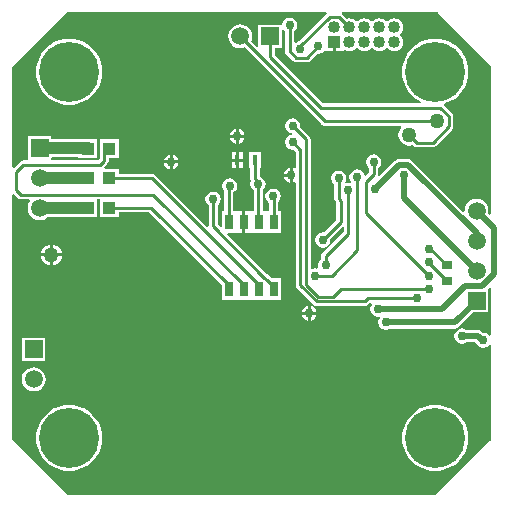
<source format=gbl>
G04*
G04 #@! TF.GenerationSoftware,Altium Limited,Altium Designer,20.1.14 (287)*
G04*
G04 Layer_Physical_Order=2*
G04 Layer_Color=16711680*
%FSLAX25Y25*%
%MOIN*%
G70*
G04*
G04 #@! TF.SameCoordinates,7F5ADFAE-F052-4B02-90E5-093173F2D11D*
G04*
G04*
G04 #@! TF.FilePolarity,Positive*
G04*
G01*
G75*
%ADD14C,0.01000*%
%ADD48R,0.01772X0.03347*%
%ADD54R,0.03347X0.02953*%
%ADD55C,0.04000*%
%ADD56R,0.05906X0.05906*%
%ADD57C,0.05906*%
%ADD58R,0.05906X0.05906*%
%ADD59R,0.04000X0.04000*%
%ADD60C,0.04000*%
%ADD61C,0.05000*%
%ADD62C,0.20000*%
%ADD63C,0.03000*%
%ADD64R,0.04331X0.04331*%
%ADD65R,0.02559X0.05158*%
%ADD66C,0.02000*%
G36*
X62000Y80500D02*
X79500Y63000D01*
Y13624D01*
X79038Y13432D01*
X78662Y13809D01*
X78790Y14784D01*
X78654Y15815D01*
X78256Y16777D01*
X77622Y17603D01*
X76797Y18236D01*
X75835Y18634D01*
X74803Y18770D01*
X73771Y18634D01*
X72810Y18236D01*
X71984Y17603D01*
X71350Y16777D01*
X70952Y15815D01*
X70816Y14784D01*
X70831Y14672D01*
X70382Y14451D01*
X53392Y31442D01*
X52730Y31884D01*
X51950Y32039D01*
X49000D01*
X48220Y31884D01*
X47558Y31442D01*
X42431Y26315D01*
X41970Y26561D01*
X42029Y26858D01*
Y29015D01*
X42302Y29198D01*
X42855Y30024D01*
X43049Y31000D01*
X42855Y31975D01*
X42302Y32802D01*
X41475Y33355D01*
X40500Y33549D01*
X39524Y33355D01*
X38698Y32802D01*
X38145Y31975D01*
X37951Y31000D01*
X38145Y30024D01*
X38698Y29198D01*
X38971Y29015D01*
Y27492D01*
X37912Y26433D01*
X37434Y26579D01*
X37355Y26976D01*
X36802Y27802D01*
X35976Y28355D01*
X35000Y28549D01*
X34025Y28355D01*
X33198Y27802D01*
X32645Y26976D01*
X32451Y26000D01*
X32645Y25025D01*
X33120Y24314D01*
X32838Y23882D01*
X32000Y24049D01*
X31386Y23927D01*
X31086Y24377D01*
X31245Y24615D01*
X31439Y25591D01*
X31245Y26566D01*
X30692Y27393D01*
X29865Y27946D01*
X28890Y28139D01*
X27914Y27946D01*
X27087Y27393D01*
X26535Y26566D01*
X26341Y25591D01*
X26535Y24615D01*
X27087Y23788D01*
X27360Y23606D01*
Y18749D01*
X27477Y18164D01*
X27808Y17668D01*
X27998Y17478D01*
Y11661D01*
X23822Y7485D01*
X23500Y7549D01*
X22524Y7355D01*
X21698Y6802D01*
X21145Y5976D01*
X20951Y5000D01*
X21145Y4025D01*
X21698Y3198D01*
X22524Y2645D01*
X23500Y2451D01*
X24475Y2645D01*
X25302Y3198D01*
X25855Y4025D01*
X26049Y5000D01*
X25985Y5322D01*
X30009Y9346D01*
X30471Y9154D01*
Y7633D01*
X23419Y581D01*
X23087Y85D01*
X22971Y-500D01*
Y-1515D01*
X22698Y-1698D01*
X22145Y-2524D01*
X21951Y-3500D01*
X22083Y-4161D01*
X21661Y-4583D01*
X21000Y-4451D01*
X20024Y-4645D01*
X19955Y-4692D01*
X19514Y-4456D01*
Y38516D01*
X19397Y39101D01*
X19066Y39597D01*
X15985Y42678D01*
X16049Y43000D01*
X15855Y43975D01*
X15302Y44802D01*
X14476Y45355D01*
X13500Y45549D01*
X12525Y45355D01*
X11698Y44802D01*
X11145Y43975D01*
X10951Y43000D01*
X11145Y42024D01*
X11698Y41198D01*
X12525Y40645D01*
X13229Y40505D01*
Y39995D01*
X12525Y39855D01*
X11698Y39302D01*
X11145Y38475D01*
X10951Y37500D01*
X11145Y36525D01*
X11698Y35698D01*
X12525Y35145D01*
X13500Y34951D01*
X13822Y35015D01*
X14471Y34367D01*
Y29054D01*
X14030Y28819D01*
X13975Y28855D01*
X13500Y28949D01*
Y26500D01*
Y24050D01*
X13975Y24145D01*
X14030Y24181D01*
X14471Y23946D01*
Y-10035D01*
X14587Y-10621D01*
X14919Y-11117D01*
X20383Y-16581D01*
X20879Y-16913D01*
X21464Y-17029D01*
X37462D01*
X38047Y-16913D01*
X38543Y-16581D01*
X39095Y-16029D01*
X39709D01*
X39976Y-16529D01*
X39645Y-17025D01*
X39451Y-18000D01*
X39645Y-18975D01*
X40198Y-19802D01*
X41025Y-20355D01*
X42000Y-20549D01*
X42226Y-20504D01*
X42526Y-20954D01*
X42145Y-21524D01*
X41951Y-22500D01*
X42145Y-23475D01*
X42698Y-24302D01*
X43525Y-24855D01*
X44500Y-25049D01*
X45476Y-24855D01*
X45948Y-24539D01*
X67520D01*
X68300Y-24384D01*
X68962Y-23942D01*
X73734Y-19169D01*
X78756D01*
Y-11264D01*
X78756Y-11264D01*
X78756D01*
X79058Y-10907D01*
X79068Y-10896D01*
X79500Y-11075D01*
Y-26842D01*
X79000Y-26993D01*
X78802Y-26698D01*
X77975Y-26145D01*
X77080Y-25967D01*
X76671Y-25558D01*
X76010Y-25116D01*
X75229Y-24961D01*
X71448D01*
X70976Y-24645D01*
X70000Y-24451D01*
X69024Y-24645D01*
X68198Y-25198D01*
X67645Y-26024D01*
X67451Y-27000D01*
X67645Y-27975D01*
X68198Y-28802D01*
X69024Y-29355D01*
X70000Y-29549D01*
X70976Y-29355D01*
X71448Y-29039D01*
X74385D01*
X74601Y-29256D01*
X74645Y-29476D01*
X75198Y-30302D01*
X76025Y-30855D01*
X77000Y-31049D01*
X77975Y-30855D01*
X78802Y-30302D01*
X79000Y-30007D01*
X79500Y-30158D01*
Y-62000D01*
X79000D01*
X61000Y-80000D01*
X-61500D01*
X-80000Y-61500D01*
Y20044D01*
X-79500Y20251D01*
X-78211Y18962D01*
X-77715Y18630D01*
X-77130Y18514D01*
X-74235D01*
X-73989Y18014D01*
X-74319Y17584D01*
X-74717Y16622D01*
X-74853Y15590D01*
X-74717Y14559D01*
X-74319Y13597D01*
X-73685Y12771D01*
X-72860Y12138D01*
X-71898Y11739D01*
X-70866Y11604D01*
X-69834Y11739D01*
X-68873Y12138D01*
X-68214Y12643D01*
X-57890D01*
Y12583D01*
X-51559D01*
Y18514D01*
X-50803D01*
Y12583D01*
X-44472D01*
Y14219D01*
X-34255D01*
X-10035Y-10001D01*
Y-14996D01*
X-5476D01*
X-5476Y-14996D01*
X-5035D01*
Y-14996D01*
X-4976Y-14996D01*
X-476D01*
X-476Y-14996D01*
X-35D01*
Y-14996D01*
X24Y-14996D01*
X4524D01*
X4524Y-14996D01*
X4965D01*
Y-14996D01*
X5024Y-14996D01*
X9524D01*
Y-7839D01*
X6612D01*
X6474Y-7811D01*
X5952Y-7289D01*
X5905Y-7219D01*
X5144Y-6457D01*
X5073Y-6410D01*
X-8281Y6944D01*
X-8089Y7406D01*
X-5536D01*
X-5476Y7406D01*
X-5035D01*
X-4976Y7406D01*
X-3256D01*
Y10984D01*
Y14563D01*
X-4976D01*
X-5035Y14563D01*
X-5476D01*
X-5536Y14563D01*
X-6227D01*
Y20844D01*
X-5698Y21198D01*
X-5145Y22025D01*
X-4951Y23000D01*
X-5145Y23976D01*
X-5698Y24802D01*
X-6525Y25355D01*
X-7500Y25549D01*
X-8475Y25355D01*
X-9302Y24802D01*
X-9855Y23976D01*
X-10049Y23000D01*
X-9855Y22025D01*
X-9302Y21198D01*
X-9285Y21186D01*
Y14563D01*
X-10035D01*
Y9352D01*
X-10497Y9160D01*
X-11471Y10133D01*
Y16515D01*
X-11198Y16698D01*
X-10645Y17525D01*
X-10451Y18500D01*
X-10645Y19476D01*
X-11198Y20302D01*
X-12025Y20855D01*
X-13000Y21049D01*
X-13975Y20855D01*
X-14802Y20302D01*
X-15355Y19476D01*
X-15549Y18500D01*
X-15355Y17525D01*
X-14802Y16698D01*
X-14529Y16515D01*
Y9525D01*
X-14586Y9474D01*
X-14997Y9285D01*
X-32383Y26672D01*
X-32879Y27003D01*
X-33465Y27120D01*
X-44472D01*
Y28756D01*
X-49083D01*
X-49290Y29256D01*
X-48222Y30324D01*
X-47890Y30820D01*
X-47774Y31405D01*
Y32268D01*
X-44472D01*
Y38598D01*
X-50803D01*
Y33915D01*
X-50832Y33768D01*
Y32039D01*
X-51299Y31573D01*
X-66440D01*
X-66913Y31638D01*
X-66913Y32132D01*
X-66560Y32486D01*
X-57890D01*
Y32268D01*
X-51559D01*
Y38598D01*
X-57890D01*
Y38538D01*
X-66913D01*
Y39543D01*
X-74819D01*
X-74819Y31638D01*
X-75292Y31573D01*
X-76256D01*
X-76841Y31456D01*
X-77337Y31125D01*
X-79500Y28962D01*
X-80000Y29169D01*
Y62500D01*
X-61500Y81000D01*
X24712D01*
X24863Y80500D01*
X24785Y80448D01*
X15567Y71230D01*
X15017Y71120D01*
X14529Y70795D01*
X14029Y71062D01*
Y74515D01*
X14302Y74698D01*
X14855Y75524D01*
X15049Y76500D01*
X14855Y77476D01*
X14302Y78302D01*
X13476Y78855D01*
X12500Y79049D01*
X11525Y78855D01*
X10698Y78302D01*
X10145Y77476D01*
X10008Y76787D01*
X2110D01*
Y69604D01*
X1648Y69412D01*
X-278Y71339D01*
X-86Y71803D01*
X50Y72835D01*
X-86Y73866D01*
X-484Y74828D01*
X-1118Y75654D01*
X-1944Y76287D01*
X-2905Y76686D01*
X-3937Y76822D01*
X-4969Y76686D01*
X-5930Y76287D01*
X-6756Y75654D01*
X-7390Y74828D01*
X-7788Y73866D01*
X-7924Y72835D01*
X-7788Y71803D01*
X-7390Y70841D01*
X-6756Y70016D01*
X-5930Y69382D01*
X-4969Y68984D01*
X-3937Y68848D01*
X-2905Y68984D01*
X-2441Y69176D01*
X23316Y43419D01*
X23812Y43087D01*
X24398Y42971D01*
X49594D01*
X49706Y42642D01*
X49734Y42471D01*
X49193Y41765D01*
X48840Y40914D01*
X48720Y40000D01*
X48840Y39086D01*
X49193Y38235D01*
X49754Y37504D01*
X50485Y36943D01*
X51336Y36590D01*
X52250Y36470D01*
X53164Y36590D01*
X53537Y36745D01*
X53891Y36391D01*
X54387Y36059D01*
X54972Y35943D01*
X60129D01*
X60715Y36059D01*
X61211Y36391D01*
X66581Y41762D01*
X66913Y42258D01*
X67029Y42843D01*
Y46157D01*
X66913Y46742D01*
X66581Y47238D01*
X63926Y49894D01*
X64073Y50443D01*
X64433Y50530D01*
X66033Y51192D01*
X67509Y52097D01*
X68826Y53221D01*
X69950Y54538D01*
X70855Y56014D01*
X71518Y57614D01*
X71922Y59298D01*
X72058Y61024D01*
X71922Y62750D01*
X71518Y64433D01*
X70855Y66033D01*
X69950Y67509D01*
X68826Y68826D01*
X67509Y69950D01*
X66033Y70855D01*
X64433Y71518D01*
X62750Y71922D01*
X61024Y72058D01*
X59298Y71922D01*
X57614Y71518D01*
X56014Y70855D01*
X54538Y69950D01*
X53221Y68826D01*
X52097Y67509D01*
X51192Y66033D01*
X50530Y64433D01*
X50125Y62750D01*
X49990Y61024D01*
X50125Y59298D01*
X50530Y57614D01*
X51192Y56014D01*
X52097Y54538D01*
X53221Y53221D01*
X54538Y52097D01*
X56014Y51192D01*
X56407Y51029D01*
X56308Y50529D01*
X23633D01*
X7592Y66571D01*
Y68882D01*
X10016D01*
Y74818D01*
X10516Y74970D01*
X10698Y74698D01*
X10971Y74515D01*
Y68015D01*
X11087Y67429D01*
X11419Y66933D01*
X13668Y64684D01*
X14164Y64352D01*
X14750Y64236D01*
X18265D01*
X18850Y64352D01*
X19347Y64684D01*
X21678Y67015D01*
X22000Y66951D01*
X22975Y67145D01*
X23802Y67698D01*
X23907Y67854D01*
X24402Y67866D01*
X24402Y67866D01*
X24402Y67866D01*
X26902D01*
Y70866D01*
X27902D01*
Y67866D01*
X30402D01*
Y68054D01*
X30850Y68275D01*
X30889Y68246D01*
X31618Y67943D01*
X32402Y67840D01*
X33185Y67943D01*
X33915Y68246D01*
X34541Y68726D01*
X34652Y68870D01*
X35152D01*
X35262Y68726D01*
X35889Y68246D01*
X36618Y67943D01*
X37402Y67840D01*
X38185Y67943D01*
X38914Y68246D01*
X39541Y68726D01*
X39652Y68870D01*
X40152D01*
X40262Y68726D01*
X40889Y68246D01*
X41618Y67943D01*
X42402Y67840D01*
X43185Y67943D01*
X43914Y68246D01*
X44541Y68726D01*
X44652Y68870D01*
X45152D01*
X45262Y68726D01*
X45889Y68246D01*
X46618Y67943D01*
X47402Y67840D01*
X48185Y67943D01*
X48915Y68246D01*
X49541Y68726D01*
X50022Y69353D01*
X50324Y70083D01*
X50428Y70866D01*
X50324Y71649D01*
X50022Y72379D01*
X49541Y73006D01*
X49397Y73116D01*
Y73616D01*
X49541Y73726D01*
X50022Y74353D01*
X50324Y75083D01*
X50428Y75866D01*
X50324Y76649D01*
X50022Y77379D01*
X49541Y78006D01*
X48915Y78487D01*
X48185Y78789D01*
X47402Y78892D01*
X46618Y78789D01*
X45889Y78487D01*
X45262Y78006D01*
X45152Y77862D01*
X44652D01*
X44541Y78006D01*
X43914Y78487D01*
X43185Y78789D01*
X42402Y78892D01*
X41618Y78789D01*
X40889Y78487D01*
X40262Y78006D01*
X40152Y77862D01*
X39652D01*
X39541Y78006D01*
X38914Y78487D01*
X38185Y78789D01*
X37402Y78892D01*
X36618Y78789D01*
X35889Y78487D01*
X35262Y78006D01*
X35152Y77862D01*
X34652D01*
X34541Y78006D01*
X33915Y78487D01*
X33185Y78789D01*
X32402Y78892D01*
X31639Y78792D01*
X29983Y80448D01*
X29905Y80500D01*
X30056Y81000D01*
X62000D01*
Y80500D01*
D02*
G37*
%LPC*%
G36*
X-61024Y72058D02*
X-62750Y71922D01*
X-64433Y71518D01*
X-66033Y70855D01*
X-67509Y69950D01*
X-68826Y68826D01*
X-69950Y67509D01*
X-70855Y66033D01*
X-71518Y64433D01*
X-71922Y62750D01*
X-72058Y61024D01*
X-71922Y59298D01*
X-71518Y57614D01*
X-70855Y56014D01*
X-69950Y54538D01*
X-68826Y53221D01*
X-67509Y52097D01*
X-66033Y51192D01*
X-64433Y50530D01*
X-62750Y50125D01*
X-61024Y49990D01*
X-59298Y50125D01*
X-57614Y50530D01*
X-56014Y51192D01*
X-54538Y52097D01*
X-53221Y53221D01*
X-52097Y54538D01*
X-51192Y56014D01*
X-50530Y57614D01*
X-50125Y59298D01*
X-49990Y61024D01*
X-50125Y62750D01*
X-50530Y64433D01*
X-51192Y66033D01*
X-52097Y67509D01*
X-53221Y68826D01*
X-54538Y69950D01*
X-56014Y70855D01*
X-57614Y71518D01*
X-59298Y71922D01*
X-61024Y72058D01*
D02*
G37*
G36*
X-4500Y41949D02*
Y40000D01*
X-2551D01*
X-2645Y40475D01*
X-3198Y41302D01*
X-4025Y41855D01*
X-4500Y41949D01*
D02*
G37*
G36*
X-5500D02*
X-5976Y41855D01*
X-6802Y41302D01*
X-7355Y40475D01*
X-7450Y40000D01*
X-5500D01*
Y41949D01*
D02*
G37*
G36*
X-2551Y39000D02*
X-4500D01*
Y37051D01*
X-4025Y37145D01*
X-3198Y37698D01*
X-2645Y38524D01*
X-2551Y39000D01*
D02*
G37*
G36*
X-5500D02*
X-7450D01*
X-7355Y38524D01*
X-6802Y37698D01*
X-5976Y37145D01*
X-5500Y37051D01*
Y39000D01*
D02*
G37*
G36*
X-3035Y34169D02*
X-4421D01*
Y31996D01*
X-3035D01*
Y34169D01*
D02*
G37*
G36*
X-5421D02*
X-6807D01*
Y31996D01*
X-5421D01*
Y34169D01*
D02*
G37*
G36*
X-26500Y33450D02*
Y31500D01*
X-24551D01*
X-24645Y31975D01*
X-25198Y32802D01*
X-26024Y33355D01*
X-26500Y33450D01*
D02*
G37*
G36*
X-27500D02*
X-27975Y33355D01*
X-28802Y32802D01*
X-29355Y31975D01*
X-29449Y31500D01*
X-27500D01*
Y33450D01*
D02*
G37*
G36*
X-3035Y30996D02*
X-4421D01*
Y28823D01*
X-3035D01*
Y30996D01*
D02*
G37*
G36*
X-5421D02*
X-6807D01*
Y28823D01*
X-5421D01*
Y30996D01*
D02*
G37*
G36*
X-24551Y30500D02*
X-26500D01*
Y28550D01*
X-26024Y28645D01*
X-25198Y29198D01*
X-24645Y30024D01*
X-24551Y30500D01*
D02*
G37*
G36*
X-27500D02*
X-29449D01*
X-29355Y30024D01*
X-28802Y29198D01*
X-27975Y28645D01*
X-27500Y28550D01*
Y30500D01*
D02*
G37*
G36*
X12500Y28949D02*
X12025Y28855D01*
X11198Y28302D01*
X10645Y27476D01*
X10550Y27000D01*
X12500D01*
Y28949D01*
D02*
G37*
G36*
Y26000D02*
X10550D01*
X10645Y25525D01*
X11198Y24698D01*
X12025Y24145D01*
X12500Y24050D01*
Y26000D01*
D02*
G37*
G36*
X2870Y34169D02*
X-902D01*
Y28823D01*
X-545D01*
Y25148D01*
X-429Y24562D01*
X-402Y24522D01*
X-581Y23622D01*
X-386Y22647D01*
X166Y21820D01*
X577Y21545D01*
Y14563D01*
X24D01*
X-35Y14563D01*
X-476D01*
X-535Y14563D01*
X-2256D01*
Y10984D01*
Y7406D01*
X-535D01*
X-476Y7406D01*
X-35D01*
X24Y7406D01*
X4465D01*
X4524Y7406D01*
X4965D01*
X5024Y7406D01*
X9524D01*
Y14563D01*
X8773D01*
Y17678D01*
X8802Y17698D01*
X9355Y18525D01*
X9549Y19500D01*
X9355Y20475D01*
X8802Y21302D01*
X7975Y21855D01*
X7000Y22049D01*
X6024Y21855D01*
X5198Y21302D01*
X4645Y20475D01*
X4451Y19500D01*
X4645Y18525D01*
X5198Y17698D01*
X5715Y17352D01*
Y14563D01*
X5024D01*
X4965Y14563D01*
X4524D01*
X4465Y14563D01*
X3636D01*
Y21729D01*
X3771Y21820D01*
X4323Y22647D01*
X4518Y23622D01*
X4323Y24598D01*
X3771Y25424D01*
X2944Y25977D01*
X2514Y26063D01*
Y28823D01*
X2870D01*
Y34169D01*
D02*
G37*
G36*
X-66429Y3464D02*
Y500D01*
X-63465D01*
X-63519Y914D01*
X-63872Y1765D01*
X-64433Y2496D01*
X-65164Y3057D01*
X-66015Y3410D01*
X-66429Y3464D01*
D02*
G37*
G36*
X-67429D02*
X-67843Y3410D01*
X-68694Y3057D01*
X-69425Y2496D01*
X-69986Y1765D01*
X-70339Y914D01*
X-70394Y500D01*
X-67429D01*
Y3464D01*
D02*
G37*
G36*
X-63465Y-500D02*
X-66429D01*
Y-3464D01*
X-66015Y-3410D01*
X-65164Y-3057D01*
X-64433Y-2496D01*
X-63872Y-1765D01*
X-63519Y-914D01*
X-63465Y-500D01*
D02*
G37*
G36*
X-67429D02*
X-70394D01*
X-70339Y-914D01*
X-69986Y-1765D01*
X-69425Y-2496D01*
X-68694Y-3057D01*
X-67843Y-3410D01*
X-67429Y-3464D01*
Y-500D01*
D02*
G37*
G36*
X19500Y-17051D02*
Y-19000D01*
X21450D01*
X21355Y-18525D01*
X20802Y-17698D01*
X19975Y-17145D01*
X19500Y-17051D01*
D02*
G37*
G36*
X18500D02*
X18024Y-17145D01*
X17198Y-17698D01*
X16645Y-18525D01*
X16551Y-19000D01*
X18500D01*
Y-17051D01*
D02*
G37*
G36*
X21450Y-20000D02*
X19500D01*
Y-21949D01*
X19975Y-21855D01*
X20802Y-21302D01*
X21355Y-20475D01*
X21450Y-20000D01*
D02*
G37*
G36*
X18500D02*
X16551D01*
X16645Y-20475D01*
X17198Y-21302D01*
X18024Y-21855D01*
X18500Y-21949D01*
Y-20000D01*
D02*
G37*
G36*
X-68882Y-27543D02*
X-76787D01*
Y-35449D01*
X-68882D01*
Y-27543D01*
D02*
G37*
G36*
X-72835Y-37509D02*
X-73866Y-37645D01*
X-74828Y-38043D01*
X-75654Y-38677D01*
X-76287Y-39503D01*
X-76686Y-40464D01*
X-76822Y-41496D01*
X-76686Y-42528D01*
X-76287Y-43490D01*
X-75654Y-44315D01*
X-74828Y-44949D01*
X-73866Y-45347D01*
X-72835Y-45483D01*
X-71803Y-45347D01*
X-70841Y-44949D01*
X-70016Y-44315D01*
X-69382Y-43490D01*
X-68984Y-42528D01*
X-68848Y-41496D01*
X-68984Y-40464D01*
X-69382Y-39503D01*
X-70016Y-38677D01*
X-70841Y-38043D01*
X-71803Y-37645D01*
X-72835Y-37509D01*
D02*
G37*
G36*
X61024Y-49990D02*
X59298Y-50125D01*
X57614Y-50530D01*
X56014Y-51192D01*
X54538Y-52097D01*
X53221Y-53221D01*
X52097Y-54538D01*
X51192Y-56014D01*
X50530Y-57614D01*
X50125Y-59298D01*
X49990Y-61024D01*
X50125Y-62750D01*
X50530Y-64433D01*
X51192Y-66033D01*
X52097Y-67509D01*
X53221Y-68826D01*
X54538Y-69950D01*
X56014Y-70855D01*
X57614Y-71518D01*
X59298Y-71922D01*
X61024Y-72058D01*
X62750Y-71922D01*
X64433Y-71518D01*
X66033Y-70855D01*
X67509Y-69950D01*
X68826Y-68826D01*
X69950Y-67509D01*
X70855Y-66033D01*
X71518Y-64433D01*
X71922Y-62750D01*
X72058Y-61024D01*
X71922Y-59298D01*
X71518Y-57614D01*
X70855Y-56014D01*
X69950Y-54538D01*
X68826Y-53221D01*
X67509Y-52097D01*
X66033Y-51192D01*
X64433Y-50530D01*
X62750Y-50125D01*
X61024Y-49990D01*
D02*
G37*
G36*
X-61024D02*
X-62750Y-50125D01*
X-64433Y-50530D01*
X-66033Y-51192D01*
X-67509Y-52097D01*
X-68826Y-53221D01*
X-69950Y-54538D01*
X-70855Y-56014D01*
X-71518Y-57614D01*
X-71922Y-59298D01*
X-72058Y-61024D01*
X-71922Y-62750D01*
X-71518Y-64433D01*
X-70855Y-66033D01*
X-69950Y-67509D01*
X-68826Y-68826D01*
X-67509Y-69950D01*
X-66033Y-70855D01*
X-64433Y-71518D01*
X-62750Y-71922D01*
X-61024Y-72058D01*
X-59298Y-71922D01*
X-57614Y-71518D01*
X-56014Y-70855D01*
X-54538Y-69950D01*
X-53221Y-68826D01*
X-52097Y-67509D01*
X-51192Y-66033D01*
X-50530Y-64433D01*
X-50125Y-62750D01*
X-49990Y-61024D01*
X-50125Y-59298D01*
X-50530Y-57614D01*
X-51192Y-56014D01*
X-52097Y-54538D01*
X-53221Y-53221D01*
X-54538Y-52097D01*
X-56014Y-51192D01*
X-57614Y-50530D01*
X-59298Y-50125D01*
X-61024Y-49990D01*
D02*
G37*
%LPD*%
D14*
X52250Y40000D02*
X52445D01*
X54972Y37472D01*
X60129D01*
X65500Y42843D01*
X23000Y49000D02*
X62657D01*
X65500Y46157D01*
X24398Y44500D02*
X61500D01*
X-3937Y72835D02*
X24398Y44500D01*
X65500Y42843D02*
Y46157D01*
X6063Y65937D02*
X23000Y49000D01*
X21464Y-15500D02*
X37462D01*
X16000Y-10035D02*
X21464Y-15500D01*
X22086Y-14000D02*
X27000D01*
X17984Y-9898D02*
X22086Y-14000D01*
X17984Y-9898D02*
Y38516D01*
X27000Y-14000D02*
X29500Y-11500D01*
X59000D01*
X16000Y-10035D02*
Y35000D01*
X37462Y-15500D02*
X38462Y-14500D01*
X55000D01*
X13500Y37500D02*
X16000Y35000D01*
X13500Y43000D02*
X17984Y38516D01*
X21000Y-7000D02*
X26500D01*
X24500Y-3500D02*
Y-500D01*
X7244Y10984D02*
Y19256D01*
X7000Y19500D02*
X7244Y19256D01*
X40500Y26858D02*
Y31000D01*
X38000Y24358D02*
X40500Y26858D01*
X38000Y14000D02*
Y24358D01*
Y14000D02*
X59000Y-7000D01*
X32000Y7000D02*
Y21500D01*
X26500Y-7000D02*
X35000Y1500D01*
Y26000D01*
X24500Y-500D02*
X32000Y7000D01*
X28890Y18749D02*
Y25591D01*
Y18749D02*
X29528Y18111D01*
X64803Y-8559D02*
X65000D01*
X59000Y-2756D02*
X64803Y-8559D01*
X59000Y-2756D02*
Y-2500D01*
X64803Y-3441D02*
X65000D01*
X59394Y1969D02*
X64803Y-3441D01*
X58862Y1969D02*
X59394D01*
X18265Y65765D02*
X22000Y69500D01*
X15992Y69492D02*
X25866Y79366D01*
X14750Y65765D02*
X18265D01*
X15992Y68765D02*
Y69492D01*
X12500Y68015D02*
X14750Y65765D01*
X12500Y68015D02*
Y76500D01*
X6063Y65937D02*
Y72835D01*
X25866Y79366D02*
X28902D01*
X32402Y75866D01*
X4824Y-8324D02*
Y-8300D01*
X4062Y-7539D02*
X4824Y-8300D01*
X-13000Y9500D02*
Y18500D01*
X6465Y-9339D02*
X7244Y-10118D01*
X4039Y-7539D02*
X4062D01*
X4824Y-8324D02*
X5839Y-9339D01*
X6465D01*
X7244Y-11417D02*
Y-10118D01*
X-13000Y9500D02*
X4039Y-7539D01*
X-7756Y22744D02*
X-7500Y23000D01*
X-7756Y10984D02*
Y22744D01*
X984Y25148D02*
Y31496D01*
Y25148D02*
X1969Y24163D01*
Y23622D02*
Y24163D01*
X23500Y5000D02*
X29528Y11028D01*
Y18111D01*
X1969Y23622D02*
X2106Y23484D01*
Y11122D02*
Y23484D01*
X-3347Y11575D02*
X-2756Y10984D01*
X2106Y11122D02*
X2244Y10984D01*
X-76256Y30043D02*
X-50665D01*
X-49303Y31405D02*
Y33768D01*
X-50665Y30043D02*
X-49303Y31405D01*
Y33768D02*
X-47638Y35433D01*
X-78740Y21654D02*
Y27559D01*
X-76256Y30043D01*
X-77130Y20043D02*
X-32917D01*
X-78740Y21654D02*
X-77130Y20043D01*
X-2756Y-11417D02*
Y-10118D01*
X-32917Y20043D02*
X-2756Y-10118D01*
X-47638Y25591D02*
X-33465D01*
X-33622Y15748D02*
X-7756Y-10118D01*
X-47638Y15748D02*
X-33622D01*
X-33465Y25591D02*
X2244Y-10118D01*
Y-11417D02*
Y-10118D01*
X-7756Y-11417D02*
Y-10118D01*
D48*
X-4921Y31496D02*
D03*
X984D02*
D03*
D54*
X65000Y-3441D02*
D03*
Y-8559D02*
D03*
D55*
X-70866Y15590D02*
X-70787Y15669D01*
X-54803D01*
X-54724Y15748D01*
X-70866Y25591D02*
X-54724D01*
X-54724Y25591D01*
X-70866Y35591D02*
X-70787Y35512D01*
X-54803D01*
X-54724Y35433D01*
D56*
X74803Y-15216D02*
D03*
X-72835Y-31496D02*
D03*
X-70866Y35591D02*
D03*
D57*
X74803Y-5217D02*
D03*
Y4783D02*
D03*
Y14784D02*
D03*
X-72835Y-41496D02*
D03*
X-3937Y72835D02*
D03*
X-70866Y15590D02*
D03*
Y25591D02*
D03*
D58*
X6063Y72835D02*
D03*
D59*
X27402Y70866D02*
D03*
D60*
X32402D02*
D03*
X37402D02*
D03*
X42402D02*
D03*
X47402D02*
D03*
X27402Y75866D02*
D03*
X32402D02*
D03*
X37402D02*
D03*
X42402D02*
D03*
X47402D02*
D03*
D61*
X52250Y40000D02*
D03*
X61500Y44500D02*
D03*
X-66929Y0D02*
D03*
D62*
X61024Y61024D02*
D03*
Y-61024D02*
D03*
X-61024D02*
D03*
Y61024D02*
D03*
D63*
X77000Y-28500D02*
D03*
X70000Y-27000D02*
D03*
X19000Y-19500D02*
D03*
X50500Y26500D02*
D03*
X21000Y-7000D02*
D03*
X24500Y-3500D02*
D03*
X7000Y19500D02*
D03*
X13000Y26500D02*
D03*
X32000Y21500D02*
D03*
X35000Y26000D02*
D03*
X40500Y31000D02*
D03*
X59000Y-7000D02*
D03*
Y-11500D02*
D03*
X58862Y1969D02*
D03*
X59000Y-2500D02*
D03*
X55000Y-14500D02*
D03*
X13500Y37500D02*
D03*
Y43000D02*
D03*
X15992Y68765D02*
D03*
X12500Y76500D02*
D03*
X22000Y69500D02*
D03*
X41000Y22000D02*
D03*
X44500Y-22500D02*
D03*
X42000Y-18000D02*
D03*
X-13000Y18500D02*
D03*
X-7500Y23000D02*
D03*
X-5000Y39500D02*
D03*
X-27000Y31000D02*
D03*
X23500Y5000D02*
D03*
X28890Y25591D02*
D03*
X1969Y23622D02*
D03*
D64*
X-54724Y25591D02*
D03*
X-47638D02*
D03*
X-54724Y35433D02*
D03*
X-47638D02*
D03*
Y15748D02*
D03*
X-54724D02*
D03*
D65*
X7244Y-11417D02*
D03*
X-7756D02*
D03*
X7244Y10984D02*
D03*
X-7756D02*
D03*
X-2756Y-11417D02*
D03*
Y10984D02*
D03*
X2244Y-11417D02*
D03*
Y10984D02*
D03*
D66*
X32402Y70325D02*
Y70866D01*
X70000Y-27000D02*
X75229D01*
X76729Y-28500D01*
X77000D01*
X50500Y19087D02*
Y26500D01*
X42000Y-18000D02*
X63286D01*
X71022Y-10264D01*
X50500Y19087D02*
X74803Y-5217D01*
X41000Y22000D02*
X49000Y30000D01*
X51950D01*
X74803Y4783D02*
Y7147D01*
X51950Y30000D02*
X74803Y7147D01*
Y14784D02*
X80500Y9087D01*
Y-6524D02*
Y9087D01*
X76760Y-10264D02*
X80500Y-6524D01*
X71022Y-10264D02*
X76760D01*
X67520Y-22500D02*
X74803Y-15216D01*
X44500Y-22500D02*
X67520D01*
M02*

</source>
